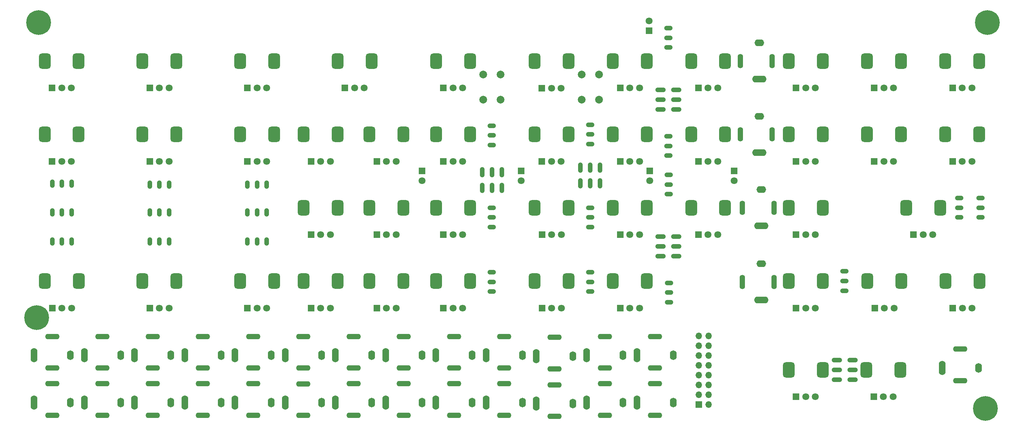
<source format=gbr>
%TF.GenerationSoftware,KiCad,Pcbnew,7.0.9*%
%TF.CreationDate,2023-12-27T11:06:13-06:00*%
%TF.ProjectId,SynthProj,53796e74-6850-4726-9f6a-2e6b69636164,rev?*%
%TF.SameCoordinates,Original*%
%TF.FileFunction,Soldermask,Bot*%
%TF.FilePolarity,Negative*%
%FSLAX46Y46*%
G04 Gerber Fmt 4.6, Leading zero omitted, Abs format (unit mm)*
G04 Created by KiCad (PCBNEW 7.0.9) date 2023-12-27 11:06:13*
%MOMM*%
%LPD*%
G01*
G04 APERTURE LIST*
G04 Aperture macros list*
%AMRoundRect*
0 Rectangle with rounded corners*
0 $1 Rounding radius*
0 $2 $3 $4 $5 $6 $7 $8 $9 X,Y pos of 4 corners*
0 Add a 4 corners polygon primitive as box body*
4,1,4,$2,$3,$4,$5,$6,$7,$8,$9,$2,$3,0*
0 Add four circle primitives for the rounded corners*
1,1,$1+$1,$2,$3*
1,1,$1+$1,$4,$5*
1,1,$1+$1,$6,$7*
1,1,$1+$1,$8,$9*
0 Add four rect primitives between the rounded corners*
20,1,$1+$1,$2,$3,$4,$5,0*
20,1,$1+$1,$4,$5,$6,$7,0*
20,1,$1+$1,$6,$7,$8,$9,0*
20,1,$1+$1,$8,$9,$2,$3,0*%
G04 Aperture macros list end*
%ADD10C,6.400000*%
%ADD11O,2.200000X1.250000*%
%ADD12O,1.750000X3.700000*%
%ADD13O,1.750000X2.500000*%
%ADD14O,3.700000X1.400000*%
%ADD15R,1.800000X1.800000*%
%ADD16C,1.800000*%
%ADD17RoundRect,0.750000X0.750000X-1.250000X0.750000X1.250000X-0.750000X1.250000X-0.750000X-1.250000X0*%
%ADD18O,2.700000X1.250000*%
%ADD19O,1.250000X2.700000*%
%ADD20O,1.250000X2.200000*%
%ADD21O,3.700000X1.750000*%
%ADD22O,2.500000X1.750000*%
%ADD23O,1.400000X3.700000*%
%ADD24C,2.000000*%
%ADD25R,1.700000X1.700000*%
%ADD26O,1.700000X1.700000*%
G04 APERTURE END LIST*
D10*
%TO.C,H4*%
X149500000Y-218000000D03*
%TD*%
%TO.C,H3*%
X150000000Y-141500000D03*
%TD*%
%TO.C,H2*%
X395500000Y-141500000D03*
%TD*%
%TO.C,H1*%
X395000000Y-241500000D03*
%TD*%
D11*
%TO.C,SW12*%
X313000000Y-176000000D03*
X313000000Y-173500000D03*
X313000000Y-171000000D03*
%TD*%
D12*
%TO.C,J34*%
X304800000Y-240000000D03*
D13*
X314200000Y-240000000D03*
D14*
X309500000Y-235100000D03*
X309500000Y-243300000D03*
%TD*%
D12*
%TO.C,J17*%
X213800000Y-227750000D03*
D13*
X223200000Y-227750000D03*
D14*
X218500000Y-222850000D03*
X218500000Y-231050000D03*
%TD*%
D12*
%TO.C,J22*%
X200800000Y-240000000D03*
D13*
X210200000Y-240000000D03*
D14*
X205500000Y-235100000D03*
X205500000Y-243300000D03*
%TD*%
D15*
%TO.C,RV36*%
X320750000Y-158500000D03*
D16*
X323250000Y-158500000D03*
X325750000Y-158500000D03*
D17*
X318850000Y-151500000D03*
X327650000Y-151500000D03*
%TD*%
D12*
%TO.C,J21*%
X265800000Y-240000000D03*
D13*
X275200000Y-240000000D03*
D14*
X270500000Y-235100000D03*
X270500000Y-243300000D03*
%TD*%
D18*
%TO.C,SW28*%
X310970000Y-202040000D03*
X310970000Y-199500000D03*
X310970000Y-196960000D03*
X315030000Y-202040000D03*
X315030000Y-199500000D03*
X315030000Y-196960000D03*
%TD*%
D15*
%TO.C,RV19*%
X386560000Y-215500000D03*
D16*
X389060000Y-215500000D03*
X391560000Y-215500000D03*
D17*
X384660000Y-208500000D03*
X393460000Y-208500000D03*
%TD*%
D15*
%TO.C,RV5*%
X386500000Y-177500000D03*
D16*
X389000000Y-177500000D03*
X391500000Y-177500000D03*
D17*
X384600000Y-170500000D03*
X393400000Y-170500000D03*
%TD*%
D12*
%TO.C,J20*%
X252800000Y-240000000D03*
D13*
X262200000Y-240000000D03*
D14*
X257500000Y-235100000D03*
X257500000Y-243300000D03*
%TD*%
D15*
%TO.C,RV22*%
X220500000Y-196500000D03*
D16*
X223000000Y-196500000D03*
X225500000Y-196500000D03*
D17*
X218600000Y-189500000D03*
X227400000Y-189500000D03*
%TD*%
D15*
%TO.C,RV1*%
X386500000Y-158500000D03*
D16*
X389000000Y-158500000D03*
X391500000Y-158500000D03*
D17*
X384600000Y-151500000D03*
X393400000Y-151500000D03*
%TD*%
D15*
%TO.C,RV78*%
X346000000Y-177500000D03*
D16*
X348500000Y-177500000D03*
X351000000Y-177500000D03*
D17*
X344100000Y-170500000D03*
X352900000Y-170500000D03*
%TD*%
D19*
%TO.C,SW20*%
X269840000Y-184380000D03*
X267300000Y-184380000D03*
X264760000Y-184380000D03*
X269840000Y-180320000D03*
X267300000Y-180320000D03*
X264760000Y-180320000D03*
%TD*%
D12*
%TO.C,J4*%
X148800000Y-227750000D03*
D13*
X158200000Y-227750000D03*
D14*
X153500000Y-222850000D03*
X153500000Y-231050000D03*
%TD*%
D12*
%TO.C,J14*%
X265800000Y-227750000D03*
D13*
X275200000Y-227750000D03*
D14*
X270500000Y-222850000D03*
X270500000Y-231050000D03*
%TD*%
D12*
%TO.C,J12*%
X278800000Y-227965000D03*
D13*
X288200000Y-227965000D03*
D14*
X283500000Y-223065000D03*
X283500000Y-231265000D03*
%TD*%
D11*
%TO.C,SW22*%
X292750000Y-168000000D03*
X292750000Y-170500000D03*
X292750000Y-173000000D03*
%TD*%
D18*
%TO.C,SW13*%
X310970000Y-164040000D03*
X310970000Y-161500000D03*
X310970000Y-158960000D03*
X315030000Y-164040000D03*
X315030000Y-161500000D03*
X315030000Y-158960000D03*
%TD*%
D11*
%TO.C,SW27*%
X313100000Y-209000000D03*
X313100000Y-211500000D03*
X313100000Y-214000000D03*
%TD*%
D12*
%TO.C,J18*%
X304800000Y-227750000D03*
D13*
X314200000Y-227750000D03*
D14*
X309500000Y-222850000D03*
X309500000Y-231050000D03*
%TD*%
D20*
%TO.C,SW9*%
X153500000Y-183250000D03*
X156000000Y-183250000D03*
X158500000Y-183250000D03*
%TD*%
D15*
%TO.C,RV17*%
X178750000Y-215500000D03*
D16*
X181250000Y-215500000D03*
X183750000Y-215500000D03*
D17*
X176850000Y-208500000D03*
X185650000Y-208500000D03*
%TD*%
D15*
%TO.C,RV50*%
X220500000Y-177500000D03*
D16*
X223000000Y-177500000D03*
X225500000Y-177500000D03*
D17*
X218600000Y-170500000D03*
X227400000Y-170500000D03*
%TD*%
D12*
%TO.C,J3*%
X174800000Y-240000000D03*
D13*
X184200000Y-240000000D03*
D14*
X179500000Y-235100000D03*
X179500000Y-243300000D03*
%TD*%
D21*
%TO.C,J32*%
X336500000Y-175200000D03*
D22*
X336500000Y-165800000D03*
D23*
X331600000Y-170500000D03*
X339800000Y-170500000D03*
%TD*%
D11*
%TO.C,SW18*%
X267250000Y-194500000D03*
X267250000Y-192000000D03*
X267250000Y-189500000D03*
%TD*%
%TO.C,SW1*%
X393750000Y-192000000D03*
X393750000Y-189500000D03*
X393750000Y-187000000D03*
%TD*%
D12*
%TO.C,J8*%
X161800000Y-240000000D03*
D13*
X171200000Y-240000000D03*
D14*
X166500000Y-235100000D03*
X166500000Y-243300000D03*
%TD*%
D12*
%TO.C,J23*%
X200800000Y-227750000D03*
D13*
X210200000Y-227750000D03*
D14*
X205500000Y-222850000D03*
X205500000Y-231050000D03*
%TD*%
D24*
%TO.C,SW15*%
X290500000Y-161500000D03*
X290500000Y-155000000D03*
X295000000Y-161500000D03*
X295000000Y-155000000D03*
%TD*%
D11*
%TO.C,SW2*%
X388250000Y-187000000D03*
X388250000Y-189500000D03*
X388250000Y-192000000D03*
%TD*%
D15*
%TO.C,D32*%
X330000000Y-180000000D03*
D16*
X330000000Y-182540000D03*
%TD*%
D20*
%TO.C,SW6*%
X183750000Y-190750000D03*
X181250000Y-190750000D03*
X178750000Y-190750000D03*
%TD*%
D12*
%TO.C,J2*%
X187800000Y-240000000D03*
D13*
X197200000Y-240000000D03*
D14*
X192500000Y-235100000D03*
X192500000Y-243300000D03*
%TD*%
D20*
%TO.C,SW29*%
X209000000Y-183500000D03*
X206500000Y-183500000D03*
X204000000Y-183500000D03*
%TD*%
D12*
%TO.C,J25*%
X383800000Y-231000000D03*
D13*
X393200000Y-231000000D03*
D14*
X388500000Y-226100000D03*
X388500000Y-234300000D03*
%TD*%
D20*
%TO.C,SW4*%
X153500000Y-190750000D03*
X156000000Y-190750000D03*
X158500000Y-190750000D03*
%TD*%
D21*
%TO.C,J33*%
X336500000Y-156200000D03*
D22*
X336500000Y-146800000D03*
D23*
X331600000Y-151500000D03*
X339800000Y-151500000D03*
%TD*%
D12*
%TO.C,J10*%
X226800000Y-240000000D03*
D13*
X236200000Y-240000000D03*
D14*
X231500000Y-235100000D03*
X231500000Y-243300000D03*
%TD*%
D15*
%TO.C,D19*%
X249250000Y-180000000D03*
D16*
X249250000Y-182540000D03*
%TD*%
D15*
%TO.C,RV27*%
X300500000Y-177500000D03*
D16*
X303000000Y-177500000D03*
X305500000Y-177500000D03*
D17*
X298600000Y-170500000D03*
X307400000Y-170500000D03*
%TD*%
D12*
%TO.C,J11*%
X291800000Y-240000000D03*
D13*
X301200000Y-240000000D03*
D14*
X296500000Y-235100000D03*
X296500000Y-243300000D03*
%TD*%
D11*
%TO.C,SW16*%
X267250000Y-206250000D03*
X267250000Y-208750000D03*
X267250000Y-211250000D03*
%TD*%
D12*
%TO.C,J24*%
X174800000Y-227750000D03*
D13*
X184200000Y-227750000D03*
D14*
X179500000Y-222850000D03*
X179500000Y-231050000D03*
%TD*%
D15*
%TO.C,RV33*%
X254750000Y-177500000D03*
D16*
X257250000Y-177500000D03*
X259750000Y-177500000D03*
D17*
X252850000Y-170500000D03*
X261650000Y-170500000D03*
%TD*%
D15*
%TO.C,D38*%
X308100000Y-180000000D03*
D16*
X308100000Y-182540000D03*
%TD*%
D15*
%TO.C,D28*%
X274850000Y-180000000D03*
D16*
X274850000Y-182540000D03*
%TD*%
D15*
%TO.C,RV21*%
X229250000Y-158500000D03*
D16*
X231750000Y-158500000D03*
X234250000Y-158500000D03*
D17*
X227350000Y-151500000D03*
X236150000Y-151500000D03*
%TD*%
D15*
%TO.C,RV43*%
X204000000Y-177500000D03*
D16*
X206500000Y-177500000D03*
X209000000Y-177500000D03*
D17*
X202100000Y-170500000D03*
X210900000Y-170500000D03*
%TD*%
D15*
%TO.C,RV4*%
X376400000Y-196500000D03*
D16*
X378900000Y-196500000D03*
X381400000Y-196500000D03*
D17*
X374500000Y-189500000D03*
X383300000Y-189500000D03*
%TD*%
D15*
%TO.C,RV18*%
X366350000Y-215500000D03*
D16*
X368850000Y-215500000D03*
X371350000Y-215500000D03*
D17*
X364450000Y-208500000D03*
X373250000Y-208500000D03*
%TD*%
D12*
%TO.C,J6*%
X291800000Y-227750000D03*
D13*
X301200000Y-227750000D03*
D14*
X296500000Y-222850000D03*
X296500000Y-231050000D03*
%TD*%
D15*
%TO.C,RV26*%
X300500000Y-158500000D03*
D16*
X303000000Y-158500000D03*
X305500000Y-158500000D03*
D17*
X298600000Y-151500000D03*
X307400000Y-151500000D03*
%TD*%
D12*
%TO.C,J1*%
X187800000Y-227750000D03*
D13*
X197200000Y-227750000D03*
D14*
X192500000Y-222850000D03*
X192500000Y-231050000D03*
%TD*%
D15*
%TO.C,RV52*%
X237500000Y-215500000D03*
D16*
X240000000Y-215500000D03*
X242500000Y-215500000D03*
D17*
X235600000Y-208500000D03*
X244400000Y-208500000D03*
%TD*%
D15*
%TO.C,RV2*%
X366250000Y-177500000D03*
D16*
X368750000Y-177500000D03*
X371250000Y-177500000D03*
D17*
X364350000Y-170500000D03*
X373150000Y-170500000D03*
%TD*%
D15*
%TO.C,RV48*%
X300500000Y-196500000D03*
D16*
X303000000Y-196500000D03*
X305500000Y-196500000D03*
D17*
X298600000Y-189500000D03*
X307400000Y-189500000D03*
%TD*%
D11*
%TO.C,SW14*%
X292750000Y-211250000D03*
X292750000Y-208750000D03*
X292750000Y-206250000D03*
%TD*%
D15*
%TO.C,RV31*%
X280200400Y-177509200D03*
D16*
X282700400Y-177509200D03*
X285200400Y-177509200D03*
D17*
X278300400Y-170509200D03*
X287100400Y-170509200D03*
%TD*%
D12*
%TO.C,J13*%
X252800000Y-227750000D03*
D13*
X262200000Y-227750000D03*
D14*
X257500000Y-222850000D03*
X257500000Y-231050000D03*
%TD*%
D11*
%TO.C,SW11*%
X313000000Y-143000000D03*
X313000000Y-145500000D03*
X313000000Y-148000000D03*
%TD*%
D15*
%TO.C,RV14*%
X178750000Y-158500000D03*
D16*
X181250000Y-158500000D03*
X183750000Y-158500000D03*
D17*
X176850000Y-151500000D03*
X185650000Y-151500000D03*
%TD*%
D15*
%TO.C,RV8*%
X153450000Y-177500000D03*
D16*
X155950000Y-177500000D03*
X158450000Y-177500000D03*
D17*
X151550000Y-170500000D03*
X160350000Y-170500000D03*
%TD*%
D15*
%TO.C,RV30*%
X280200400Y-158509200D03*
D16*
X282700400Y-158509200D03*
X285200400Y-158509200D03*
D17*
X278300400Y-151509200D03*
X287100400Y-151509200D03*
%TD*%
D15*
%TO.C,RV74*%
X346000000Y-238500000D03*
D16*
X348500000Y-238500000D03*
X351000000Y-238500000D03*
D17*
X344100000Y-231500000D03*
X352900000Y-231500000D03*
%TD*%
D19*
%TO.C,SW21*%
X295290000Y-183180000D03*
X292750000Y-183180000D03*
X290210000Y-183180000D03*
X295290000Y-179120000D03*
X292750000Y-179120000D03*
X290210000Y-179120000D03*
%TD*%
D20*
%TO.C,SW7*%
X183750000Y-198250000D03*
X181250000Y-198250000D03*
X178750000Y-198250000D03*
%TD*%
D15*
%TO.C,RV9*%
X153450000Y-158500000D03*
D16*
X155950000Y-158500000D03*
X158450000Y-158500000D03*
D17*
X151550000Y-151500000D03*
X160350000Y-151500000D03*
%TD*%
D12*
%TO.C,J19*%
X213800000Y-240030000D03*
D13*
X223200000Y-240030000D03*
D14*
X218500000Y-235130000D03*
X218500000Y-243330000D03*
%TD*%
D11*
%TO.C,SW23*%
X267250000Y-168250000D03*
X267250000Y-170750000D03*
X267250000Y-173250000D03*
%TD*%
D12*
%TO.C,J47*%
X239800000Y-240000000D03*
D13*
X249200000Y-240000000D03*
D14*
X244500000Y-235100000D03*
X244500000Y-243300000D03*
%TD*%
D15*
%TO.C,RV28*%
X254750000Y-196500000D03*
D16*
X257250000Y-196500000D03*
X259750000Y-196500000D03*
D17*
X252850000Y-189500000D03*
X261650000Y-189500000D03*
%TD*%
D15*
%TO.C,RV20*%
X366100000Y-238500000D03*
D16*
X368600000Y-238500000D03*
X371100000Y-238500000D03*
D17*
X364200000Y-231500000D03*
X373000000Y-231500000D03*
%TD*%
D15*
%TO.C,RV34*%
X280250000Y-215500000D03*
D16*
X282750000Y-215500000D03*
X285250000Y-215500000D03*
D17*
X278350000Y-208500000D03*
X287150000Y-208500000D03*
%TD*%
D15*
%TO.C,RV49*%
X300500000Y-215500000D03*
D16*
X303000000Y-215500000D03*
X305500000Y-215500000D03*
D17*
X298600000Y-208500000D03*
X307400000Y-208500000D03*
%TD*%
D11*
%TO.C,SW8*%
X358540000Y-206000000D03*
X358540000Y-208500000D03*
X358540000Y-211000000D03*
%TD*%
D20*
%TO.C,SW3*%
X153500000Y-198250000D03*
X156000000Y-198250000D03*
X158500000Y-198250000D03*
%TD*%
D15*
%TO.C,RV77*%
X346000000Y-215500000D03*
D16*
X348500000Y-215500000D03*
X351000000Y-215500000D03*
D17*
X344100000Y-208500000D03*
X352900000Y-208500000D03*
%TD*%
D18*
%TO.C,SW5*%
X356570000Y-234040000D03*
X356570000Y-231500000D03*
X356570000Y-228960000D03*
X360630000Y-234040000D03*
X360630000Y-231500000D03*
X360630000Y-228960000D03*
%TD*%
D20*
%TO.C,SW24*%
X209000000Y-190750000D03*
X206500000Y-190750000D03*
X204000000Y-190750000D03*
%TD*%
D15*
%TO.C,RV47*%
X204000000Y-215500000D03*
D16*
X206500000Y-215500000D03*
X209000000Y-215500000D03*
D17*
X202100000Y-208500000D03*
X210900000Y-208500000D03*
%TD*%
D15*
%TO.C,RV32*%
X254750000Y-158500000D03*
D16*
X257250000Y-158500000D03*
X259750000Y-158500000D03*
D17*
X252850000Y-151500000D03*
X261650000Y-151500000D03*
%TD*%
D15*
%TO.C,RV23*%
X220500000Y-215500000D03*
D16*
X223000000Y-215500000D03*
X225500000Y-215500000D03*
D17*
X218600000Y-208500000D03*
X227400000Y-208500000D03*
%TD*%
D12*
%TO.C,J9*%
X161800000Y-227750000D03*
D13*
X171200000Y-227750000D03*
D14*
X166500000Y-222850000D03*
X166500000Y-231050000D03*
%TD*%
D12*
%TO.C,J39*%
X226800000Y-227750000D03*
D13*
X236200000Y-227750000D03*
D14*
X231500000Y-222850000D03*
X231500000Y-231050000D03*
%TD*%
D15*
%TO.C,RV3*%
X366250000Y-158500000D03*
D16*
X368750000Y-158500000D03*
X371250000Y-158500000D03*
D17*
X364350000Y-151500000D03*
X373150000Y-151500000D03*
%TD*%
D24*
%TO.C,SW19*%
X265000000Y-161500000D03*
X265000000Y-155000000D03*
X269500000Y-161500000D03*
X269500000Y-155000000D03*
%TD*%
D15*
%TO.C,RV76*%
X346000000Y-196500000D03*
D16*
X348500000Y-196500000D03*
X351000000Y-196500000D03*
D17*
X344100000Y-189500000D03*
X352900000Y-189500000D03*
%TD*%
D12*
%TO.C,J16*%
X278800000Y-240285000D03*
D13*
X288200000Y-240285000D03*
D14*
X283500000Y-235385000D03*
X283500000Y-243585000D03*
%TD*%
D12*
%TO.C,J46*%
X239800000Y-227750000D03*
D13*
X249200000Y-227750000D03*
D14*
X244500000Y-222850000D03*
X244500000Y-231050000D03*
%TD*%
D15*
%TO.C,RV37*%
X320750000Y-196500000D03*
D16*
X323250000Y-196500000D03*
X325750000Y-196500000D03*
D17*
X318850000Y-189500000D03*
X327650000Y-189500000D03*
%TD*%
D11*
%TO.C,SW17*%
X292750000Y-189500000D03*
X292750000Y-192000000D03*
X292750000Y-194500000D03*
%TD*%
D15*
%TO.C,RV29*%
X280250000Y-196500000D03*
D16*
X282750000Y-196500000D03*
X285250000Y-196500000D03*
D17*
X278350000Y-189500000D03*
X287150000Y-189500000D03*
%TD*%
D20*
%TO.C,SW10*%
X183750000Y-183500000D03*
X181250000Y-183500000D03*
X178750000Y-183500000D03*
%TD*%
D11*
%TO.C,SW26*%
X313050000Y-181000000D03*
X313050000Y-183500000D03*
X313050000Y-186000000D03*
%TD*%
D15*
%TO.C,RV42*%
X237500000Y-196500000D03*
D16*
X240000000Y-196500000D03*
X242500000Y-196500000D03*
D17*
X235600000Y-189500000D03*
X244400000Y-189500000D03*
%TD*%
D15*
%TO.C,D8*%
X307950000Y-143650000D03*
D16*
X307950000Y-141110000D03*
%TD*%
D15*
%TO.C,RV44*%
X204000000Y-158500000D03*
D16*
X206500000Y-158500000D03*
X209000000Y-158500000D03*
D17*
X202100000Y-151500000D03*
X210900000Y-151500000D03*
%TD*%
D21*
%TO.C,J31*%
X337000000Y-194200000D03*
D22*
X337000000Y-184800000D03*
D23*
X332100000Y-189500000D03*
X340300000Y-189500000D03*
%TD*%
D15*
%TO.C,RV13*%
X178750000Y-177500000D03*
D16*
X181250000Y-177500000D03*
X183750000Y-177500000D03*
D17*
X176850000Y-170500000D03*
X185650000Y-170500000D03*
%TD*%
D12*
%TO.C,J7*%
X148800000Y-240000000D03*
D13*
X158200000Y-240000000D03*
D14*
X153500000Y-235100000D03*
X153500000Y-243300000D03*
%TD*%
D21*
%TO.C,J30*%
X337000000Y-213450000D03*
D22*
X337000000Y-204050000D03*
D23*
X332100000Y-208750000D03*
X340300000Y-208750000D03*
%TD*%
D15*
%TO.C,RV38*%
X320750000Y-177500000D03*
D16*
X323250000Y-177500000D03*
X325750000Y-177500000D03*
D17*
X318850000Y-170500000D03*
X327650000Y-170500000D03*
%TD*%
D15*
%TO.C,RV12*%
X153500000Y-215500000D03*
D16*
X156000000Y-215500000D03*
X158500000Y-215500000D03*
D17*
X151600000Y-208500000D03*
X160400000Y-208500000D03*
%TD*%
D15*
%TO.C,RV24*%
X237500000Y-177500000D03*
D16*
X240000000Y-177500000D03*
X242500000Y-177500000D03*
D17*
X235600000Y-170500000D03*
X244400000Y-170500000D03*
%TD*%
D15*
%TO.C,RV51*%
X346000000Y-158500000D03*
D16*
X348500000Y-158500000D03*
X351000000Y-158500000D03*
D17*
X344100000Y-151500000D03*
X352900000Y-151500000D03*
%TD*%
D20*
%TO.C,SW25*%
X209000000Y-198250000D03*
X206500000Y-198250000D03*
X204000000Y-198250000D03*
%TD*%
D15*
%TO.C,RV35*%
X254750000Y-215500000D03*
D16*
X257250000Y-215500000D03*
X259750000Y-215500000D03*
D17*
X252850000Y-208500000D03*
X261650000Y-208500000D03*
%TD*%
D25*
%TO.C,J5*%
X320797000Y-240523000D03*
D26*
X323337000Y-240523000D03*
X320797000Y-237983000D03*
X323337000Y-237983000D03*
X320797000Y-235443000D03*
X323337000Y-235443000D03*
X320797000Y-232903000D03*
X323337000Y-232903000D03*
X320797000Y-230363000D03*
X323337000Y-230363000D03*
X320797000Y-227823000D03*
X323337000Y-227823000D03*
X320797000Y-225283000D03*
X323337000Y-225283000D03*
X320797000Y-222743000D03*
X323337000Y-222743000D03*
%TD*%
M02*

</source>
